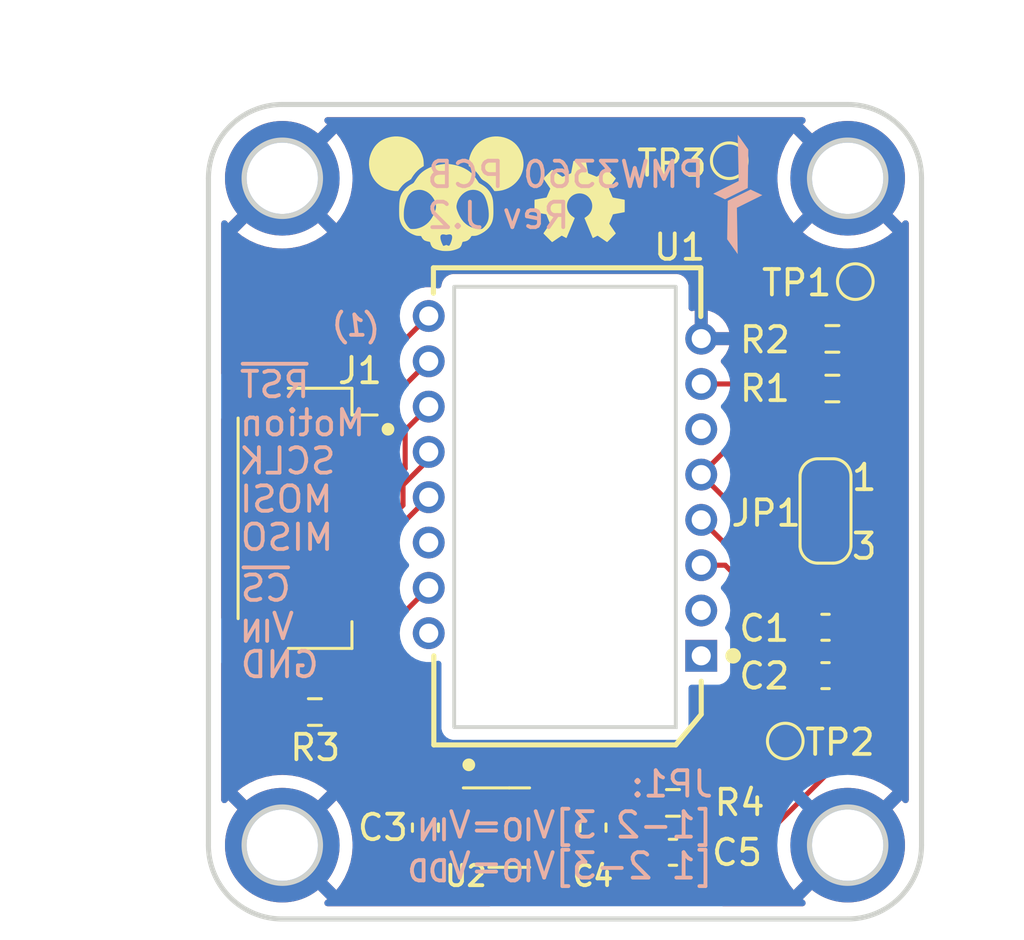
<source format=kicad_pcb>
(kicad_pcb (version 20240108) (generator "pcbnew") (generator_version "8.0")
  (title_block (title "PMW3360 PCB") (date "2024-07-07") (rev "J.2") (company "Original by SideraKB") (comment 1 "Open Source Hardware, CERN-OHL-P v2") (comment 2 "PMW3360DM-T2QU optical mouse sensor breakout board") (comment 3 "(*) Modified to fit custom needs"))
  (layers (0 "F.Cu" signal) (31 "B.Cu" signal) (34 "B.Paste" user) (35 "F.Paste" user) (36 "B.SilkS" user "B.Silkscreen") (37 "F.SilkS" user "F.Silkscreen") (38 "B.Mask" user) (39 "F.Mask" user) (44 "Edge.Cuts" user))
  (net 0 "")
  (net 1 "Net-(U1-VDDPIX)")
  (net 2 "GND")
  (net 3 "/MISO")
  (net 4 "/CS")
  (net 5 "/MOSI")
  (net 6 "/SCLK")
  (net 7 "/MOTION")
  (net 8 "/RESET")
  (net 9 "VDD")
  (net 10 "Net-(U1-LED_P)")
  (net 16 "V_{IO}")
  (net 17 "V_{IN}")
  (net 18 "Net-(U2-NC)")
  (footprint "TestPoint:TestPoint_Pad_D1.0mm" (layer "F.Cu") (at 228.439 114.0838)
    (property "Reference" "TP3" (at -2.25 0.1 180) (layer "F.SilkS"))
    (property "Value" "GND")
    (pad "1" smd circle (at 0 0) (size 1 1) (layers "F.Cu" "F.Mask") (net 2 "GND"))
  )
  (footprint "TestPoint:TestPoint_Pad_D1.0mm" (layer "F.Cu") (at 233.389 118.8338)
    (property "Reference" "TP1" (at -2.3 0.05 0) (layer "F.SilkS"))
    (property "Value" "V_{IO}")
    (pad "1" smd circle (at 0 0) (size 1 1) (layers "F.Cu" "F.Mask") (net 16 "V_{IO}"))
  )
  (footprint "Resistor_SMD:R_0603_1608Metric_Pad0.98x0.95mm_HandSolder" (layer "F.Cu") (at 226.229 139.3138)
    (property "Reference" "R4" (at 2.617 -0.011 0) (layer "F.SilkS"))
    (property "Value" "28k")
    (pad "1" smd roundrect (at -0.9125 0) (size 0.975 0.95) (layers "F.Cu" "F.Paste" "F.Mask") (net 9 "VDD"))
    (pad "2" smd roundrect (at 0.9125 0) (size 0.975 0.95) (layers "F.Cu" "F.Paste" "F.Mask") (net 18 "Net-(U2-NC)"))
  )
  (footprint "PMW3360_PCB:PMW3360DM-T2QU 16Pin" (layer "F.Cu") (at 221.989 127.3668 90)
    (property "Reference" "U1" (at 9.883 4.5 180) (layer "F.SilkS"))
    (property "Value" "PMW3360DM-T2QU")
    (fp_rect (start -8.968 4.35) (end 8.332 -4.35) (stroke (width 0.15)) (fill none) (layer "Edge.Cuts"))
    (pad "1" thru_hole rect (at -6.168 5.35 90) (size 1.25 1.25) (drill 0.75) (layers "*.Cu" "*.Mask"))
    (pad "2" thru_hole oval (at -4.388 5.35 90) (size 1.25 1.25) (drill 0.75) (layers "*.Cu" "*.Mask"))
    (pad "3" thru_hole oval (at -2.608 5.35 90) (size 1.25 1.25) (drill 0.75) (layers "*.Cu" "*.Mask") (net 1 "Net-(U1-VDDPIX)"))
    (pad "4" thru_hole oval (at -0.828 5.35 90) (size 1.25 1.25) (drill 0.75) (layers "*.Cu" "*.Mask") (net 9 "VDD"))
    (pad "5" thru_hole oval (at 0.952 5.35 90) (size 1.25 1.25) (drill 0.75) (layers "*.Cu" "*.Mask") (net 16 "V_{IO}"))
    (pad "6" thru_hole oval (at 2.732 5.35 90) (size 1.25 1.25) (drill 0.75) (layers "*.Cu" "*.Mask"))
    (pad "7" thru_hole oval (at 4.512 5.35 90) (size 1.25 1.25) (drill 0.75) (layers "*.Cu" "*.Mask") (net 8 "/RESET"))
    (pad "8" thru_hole oval (at 6.292 5.35 90) (size 1.25 1.25) (drill 0.75) (layers "*.Cu" "*.Mask") (net 2 "GND"))
    (pad "9" thru_hole oval (at 7.182 -5.35 90) (size 1.25 1.25) (drill 0.75) (layers "*.Cu" "*.Mask") (net 7 "/MOTION"))
    (pad "10" thru_hole oval (at 5.402 -5.35 90) (size 1.25 1.25) (drill 0.75) (layers "*.Cu" "*.Mask") (net 6 "/SCLK"))
    (pad "11" thru_hole oval (at 3.622 -5.35 90) (size 1.25 1.25) (drill 0.75) (layers "*.Cu" "*.Mask") (net 5 "/MOSI"))
    (pad "12" thru_hole oval (at 1.842 -5.35 90) (size 1.25 1.25) (drill 0.75) (layers "*.Cu" "*.Mask") (net 3 "/MISO"))
    (pad "13" thru_hole oval (at 0.062 -5.35 90) (size 1.25 1.25) (drill 0.75) (layers "*.Cu" "*.Mask") (net 4 "/CS"))
    (pad "14" thru_hole oval (at -1.718 -5.35 90) (size 1.25 1.25) (drill 0.75) (layers "*.Cu" "*.Mask"))
    (pad "15" thru_hole oval (at -3.498 -5.35 90) (size 1.25 1.25) (drill 0.75) (layers "*.Cu" "*.Mask") (net 10 "Net-(U1-LED_P)"))
    (pad "16" thru_hole oval (at -5.278 -5.35 90) (size 1.25 1.25) (drill 0.75) (layers "*.Cu" "*.Mask"))
    (zone (net 0) (net_name "") (layers "*.Cu" "F.CrtYd") (connect_pads (clearance 0)) (min_thickness 0.254)
      (keepout (tracks not_allowed) (vias not_allowed) (pads not_allowed) (copperpour not_allowed) (footprints not_allowed))
      (fill (thermal_gap 0.508) (thermal_bridge_width 0.508))
      (polygon (pts (xy 226.3578 119.0356) (xy 226.307 136.3584) (xy 217.6202 136.3584) (xy 217.6202 119.0356)))
    )
  )
  (footprint "TestPoint:TestPoint_Pad_D1.0mm" (layer "F.Cu") (at 230.639 136.8838 180)
    (property "Reference" "TP2" (at -2.15 -0.05 0) (layer "F.SilkS"))
    (property "Value" "V_{DD}")
    (pad "1" smd circle (at 0 0 180) (size 1 1) (layers "F.Cu" "F.Mask") (net 9 "VDD"))
  )
  (footprint "MountingHole:MountingHole_2.2mm_M2_ISO14580_Pad" (layer "F.Cu") (at 233.089 140.9738)
    (property "Reference" "H2" (hide yes))
    (property "Value" "MountingHole_Pad")
    (pad "1" thru_hole circle (at 0 0) (size 4.5 4.5) (drill 2.8) (layers "*.Cu" "*.Mask") (net 2 "GND"))
  )
  (footprint "Resistor_SMD:R_0603_1608Metric_Pad0.98x0.95mm_HandSolder" (layer "F.Cu") (at 212.169 135.7438 180)
    (property "Reference" "R3" (at -0.012 -1.4 0) (layer "F.SilkS"))
    (property "Value" "39R")
    (pad "1" smd roundrect (at -0.9125 0 180) (size 0.975 0.95) (layers "F.Cu" "F.Paste" "F.Mask") (net 9 "VDD"))
    (pad "2" smd roundrect (at 0.9125 0 180) (size 0.975 0.95) (layers "F.Cu" "F.Paste" "F.Mask") (net 10 "Net-(U1-LED_P)"))
  )
  (footprint "Capacitor_SMD:C_0603_1608Metric_Pad1.08x0.95mm_HandSolder" (layer "F.Cu") (at 223.089 140.2838 -90)
    (property "Reference" "C4" (at 1.9 0 180) (layer "F.SilkS") (effects (font (size 0.8 0.8))))
    (property "Value" "1uF")
    (pad "1" smd roundrect (at -0.8625 0 270) (size 1.075 0.95) (layers "F.Cu" "F.Paste" "F.Mask") (net 9 "VDD"))
    (pad "2" smd roundrect (at 0.8625 0 270) (size 1.075 0.95) (layers "F.Cu" "F.Paste" "F.Mask") (net 2 "GND"))
  )
  (footprint "Resistor_SMD:R_0603_1608Metric_Pad0.98x0.95mm_HandSolder" (layer "F.Cu") (at 232.489 121.0838 180)
    (property "Reference" "R2" (at 2.65 -0.04 0) (layer "F.SilkS"))
    (property "Value" "10k")
    (pad "1" smd roundrect (at -0.9125 0 180) (size 0.975 0.95) (layers "F.Cu" "F.Paste" "F.Mask") (net 16 "V_{IO}"))
    (pad "2" smd roundrect (at 0.9125 0 180) (size 0.975 0.95) (layers "F.Cu" "F.Paste" "F.Mask") (net 3 "/MISO"))
  )
  (footprint "MountingHole:MountingHole_2.2mm_M2_ISO14580_Pad" (layer "F.Cu") (at 210.889 114.7738)
    (property "Reference" "H4" (hide yes))
    (property "Value" "MountingHole_Pad" (hide yes))
    (pad "1" thru_hole circle (at 0 0) (size 4.5 4.5) (drill 2.8) (layers "*.Cu" "*.Mask") (net 2 "GND"))
  )
  (footprint "MountingHole:MountingHole_2.2mm_M2_ISO14580_Pad" (layer "F.Cu") (at 233.089 114.7738)
    (property "Reference" "H3" (hide yes))
    (property "Value" "MountingHole_Pad" (hide yes))
    (pad "1" thru_hole circle (at 0 0) (size 4.5 4.5) (drill 2.8) (layers "*.Cu" "*.Mask") (net 2 "GND"))
  )
  (footprint "Connector_JST:JST_SH_SM08B-SRSS-TB_1x08-1MP_P1.00mm_Horizontal" (layer "F.Cu") (at 211.839 128.1338 -90)
    (property "Reference" "J1" (at -5.8 -2.1 0) (layer "F.SilkS"))
    (property "Value" "Conn_01x08")
    (pad "1" smd roundrect (at -3.5 -2 270) (size 0.6 1.55) (layers "F.Cu" "F.Paste" "F.Mask") (net 8 "/RESET"))
    (pad "2" smd roundrect (at -2.5 -2 270) (size 0.6 1.55) (layers "F.Cu" "F.Paste" "F.Mask") (net 7 "/MOTION"))
    (pad "3" smd roundrect (at -1.5 -2 270) (size 0.6 1.55) (layers "F.Cu" "F.Paste" "F.Mask") (net 6 "/SCLK"))
    (pad "4" smd roundrect (at -0.5 -2 270) (size 0.6 1.55) (layers "F.Cu" "F.Paste" "F.Mask") (net 5 "/MOSI"))
    (pad "5" smd roundrect (at 0.5 -2 270) (size 0.6 1.55) (layers "F.Cu" "F.Paste" "F.Mask") (net 3 "/MISO"))
    (pad "6" smd roundrect (at 1.5 -2 270) (size 0.6 1.55) (layers "F.Cu" "F.Paste" "F.Mask") (net 4 "/CS"))
    (pad "7" smd roundrect (at 2.5 -2 270) (size 0.6 1.55) (layers "F.Cu" "F.Paste" "F.Mask") (net 17 "V_{IN}"))
    (pad "8" smd roundrect (at 3.5 -2 270) (size 0.6 1.55) (layers "F.Cu" "F.Paste" "F.Mask") (net 2 "GND"))
    (pad "MP" smd roundrect (at -4.8 1.875 270) (size 1.2 1.8) (layers "F.Cu" "F.Paste" "F.Mask") (roundrect_rratio 0.208333) (net 2 "GND"))
    (pad "MP" smd roundrect (at 4.8 1.875 270) (size 1.2 1.8) (layers "F.Cu" "F.Paste" "F.Mask") (roundrect_rratio 0.208333) (net 2 "GND"))
  )
  (footprint "Jumper:SolderJumper-3_P1.3mm_Open_RoundedPad1.0x1.5mm_NumberLabels" (layer "F.Cu") (at 232.219 127.8438 -90)
    (property "Reference" "JP1" (at 0.09 2.33 0) (layer "F.SilkS"))
    (property "Value" "SolderJumper_3_Open")
    (fp_text user "3" (at 1.39 -1.52 180) (layer "F.SilkS"))
    (fp_text user "1" (at -1.31 -1.52 180) (layer "F.SilkS"))
    (pad "1" smd custom (at -1.3 0 270) (size 1 0.5) (layers "F.Cu" "F.Mask") (net 17 "V_{IN}") (options (clearance outline) (anchor rect)) (primitives (gr_circle (center 0 0.25) (end 0.5 0.25) (width 0) (fill yes)) (gr_circle (center 0 -0.25) (end 0.5 -0.25) (width 0) (fill yes)) (gr_poly (pts (xy 0.55 0.75) (xy 0 0.75) (xy 0 -0.75) (xy 0.55 -0.75)) (width 0) (fill yes))))
    (pad "2" smd rect (at 0 0 270) (size 1 1.5) (layers "F.Cu" "F.Mask") (net 16 "V_{IO}"))
    (pad "3" smd custom (at 1.3 0 270) (size 1 0.5) (layers "F.Cu" "F.Mask") (net 9 "VDD") (options (clearance outline) (anchor rect)) (primitives (gr_circle (center 0 0.25) (end 0.5 0.25) (width 0) (fill yes)) (gr_circle (center 0 -0.25) (end 0.5 -0.25) (width 0) (fill yes)) (gr_poly (pts (xy 0 0.75) (xy -0.55 0.75) (xy -0.55 -0.75) (xy 0 -0.75)) (width 0) (fill yes))))
  )
  (footprint "MountingHole:MountingHole_2.2mm_M2_ISO14580_Pad" (layer "F.Cu") (at 210.889001 140.9738)
    (property "Reference" "H1" (hide yes))
    (property "Value" "MountingHole_Pad")
    (pad "1" thru_hole circle (at 0 0) (size 4.5 4.5) (drill 2.8) (layers "*.Cu" "*.Mask") (net 2 "GND"))
  )
  (footprint "Capacitor_SMD:C_0603_1608Metric_Pad1.08x0.95mm_HandSolder" (layer "F.Cu") (at 216.509 140.2838 -90)
    (property "Reference" "C3" (at 0 1.67 180) (layer "F.SilkS"))
    (property "Value" "1uF")
    (pad "1" smd roundrect (at -0.8625 0 270) (size 1.075 0.95) (layers "F.Cu" "F.Paste" "F.Mask") (net 17 "V_{IN}") (clearance 0.135))
    (pad "2" smd roundrect (at 0.8625 0 270) (size 1.075 0.95) (layers "F.Cu" "F.Paste" "F.Mask") (net 2 "GND") (clearance 0.135))
  )
  (footprint "Resistor_SMD:R_0603_1608Metric_Pad0.98x0.95mm_HandSolder" (layer "F.Cu") (at 232.489 123.0338 180)
    (property "Reference" "R1" (at 2.65 0 0) (layer "F.SilkS"))
    (property "Value" "10k")
    (pad "1" smd roundrect (at -0.9125 0 180) (size 0.975 0.95) (layers "F.Cu" "F.Paste" "F.Mask") (net 16 "V_{IO}"))
    (pad "2" smd roundrect (at 0.9125 0 180) (size 0.975 0.95) (layers "F.Cu" "F.Paste" "F.Mask") (net 8 "/RESET"))
  )
  (footprint "Capacitor_SMD:C_0603_1608Metric_Pad1.08x0.95mm_HandSolder" (layer "F.Cu") (at 226.229 141.2538 180)
    (property "Reference" "C5" (at -2.517 -0.011 0) (layer "F.SilkS"))
    (property "Value" "22nF")
    (pad "1" smd roundrect (at -0.8625 0 180) (size 1.075 0.95) (layers "F.Cu" "F.Paste" "F.Mask") (net 18 "Net-(U2-NC)"))
    (pad "2" smd roundrect (at 0.8625 0 180) (size 1.075 0.95) (layers "F.Cu" "F.Paste" "F.Mask") (net 2 "GND"))
  )
  (footprint "Calaveras:CalaveraRaton_8x8" (layer "F.Cu") (at 217.289 115.2838)
    (property "Reference" "G***" (hide yes))
    (property "Value" "LOGO" (hide yes))
  )
  (footprint "Capacitor_SMD:C_0603_1608Metric_Pad1.08x0.95mm_HandSolder" (layer "F.Cu") (at 232.219 134.3138)
    (property "Reference" "C2" (at -2.4045 0.016 0) (layer "F.SilkS"))
    (property "Value" "100nF")
    (pad "1" smd roundrect (at -0.8625 0) (size 1.075 0.95) (layers "F.Cu" "F.Paste" "F.Mask") (net 1 "Net-(U1-VDDPIX)"))
    (pad "2" smd roundrect (at 0.8625 0) (size 1.075 0.95) (layers "F.Cu" "F.Paste" "F.Mask") (net 2 "GND"))
  )
  (footprint "Package_TO_SOT_SMD:SOT-23-5" (layer "F.Cu") (at 219.799 140.2838)
    (property "Reference" "U2" (at -1.7005 1.9 180) (layer "F.SilkS") (effects (font (size 0.8 0.8))))
    (property "Value" "TLV74318PDBVR")
    (pad "1" smd roundrect (at -1.1375 -0.95) (size 1.325 0.6) (layers "F.Cu" "F.Paste" "F.Mask") (roundrect_rratio 0) (chamfer_ratio 0.3) (chamfer top_left) (net 17 "V_{IN}"))
    (pad "2" smd roundrect (at -1.1375 0) (size 1.325 0.6) (layers "F.Cu" "F.Paste" "F.Mask") (net 2 "GND"))
    (pad "3" smd roundrect (at -1.1375 0.95) (size 1.325 0.6) (layers "F.Cu" "F.Paste" "F.Mask") (net 17 "V_{IN}"))
    (pad "4" smd roundrect (at 1.1375 0.95) (size 1.325 0.6) (layers "F.Cu" "F.Paste" "F.Mask") (net 18 "Net-(U2-NC)"))
    (pad "5" smd roundrect (at 1.1375 -0.95) (size 1.325 0.6) (layers "F.Cu" "F.Paste" "F.Mask") (net 9 "VDD"))
  )
  (footprint "Capacitor_SMD:C_0603_1608Metric_Pad1.08x0.95mm_HandSolder" (layer "F.Cu") (at 232.219 132.4138)
    (property "Reference" "C1" (at -2.4045 0.0432 0) (layer "F.SilkS"))
    (property "Value" "4.7uF/10V")
    (pad "1" smd roundrect (at -0.8625 0) (size 1.075 0.95) (layers "F.Cu" "F.Paste" "F.Mask") (net 1 "Net-(U1-VDDPIX)"))
    (pad "2" smd roundrect (at 0.8625 0) (size 1.075 0.95) (layers "F.Cu" "F.Paste" "F.Mask") (net 2 "GND"))
  )
  (gr_poly (pts (xy 228.380151 115.657534) (xy 228.357456 117.170678) (xy 228.771406 117.756223) (xy 228.739 115.9338) (xy 229.738763 115.437179) (xy 229.274965 115.216096)) (fill solid) (layer "B.SilkS"))
  (gr_poly (pts (xy 228.808543 114.881152) (xy 227.809909 115.380039) (xy 228.274207 115.600071) (xy 229.168018 115.156604) (xy 229.18728 113.643412) (xy 228.772004 113.058807)) (fill solid) (layer "B.SilkS"))
  (gr_circle (center 218.212741 137.817677) (end 218.387751 137.818352) (stroke (width 0.15)) (fill solid) (layer "F.SilkS"))
  (gr_circle (center 215.039 124.6338) (end 215.21401 124.634475) (stroke (width 0.15)) (fill solid) (layer "F.SilkS"))
  (gr_poly (pts (xy 222.338737 114.089561) (xy 222.33773 114.089636) (xy 222.336728 114.089759) (xy 222.335732 114.08993) (xy 222.334744 114.090146) (xy 222.333766 114.090407) (xy 222.332798 114.090711) (xy 222.331844 114.091058) (xy 222.330903 114.091445) (xy 222.329977 114.091873) (xy 222.329069 114.092338) (xy 222.328178 114.092841) (xy 222.327308 114.09338) (xy 222.326459 114.093954) (xy 222.325634 114.094562) (xy 222.324832 114.095201) (xy 222.324056 114.095872) (xy 222.323308 114.096573) (xy 222.322589 114.097302) (xy 222.3219 114.098059) (xy 222.321243 114.098842) (xy 222.320619 114.099649) (xy 222.32003 114.100481) (xy 222.319478 114.101334) (xy 222.318963 114.102209) (xy 222.318487 114.103104) (xy 222.318053 114.104018) (xy 222.31766 114.104949) (xy 222.317312 114.105897) (xy 222.317009 114.106859) (xy 222.316752 114.107835) (xy 222.316544 114.108824) (xy 222.232803 114.558695) (xy 222.232592 114.559692) (xy 222.232335 114.560692) (xy 222.231691 114.562696) (xy 222.230883 114.564694) (xy 222.229922 114.566672) (xy 222.22882 114.568618) (xy 222.227587 114.570518) (xy 222.226236 114.57236) (xy 222.224776 114.57413) (xy 222.223221 114.575816) (xy 222.22158 114.577404) (xy 222.219865 114.578881) (xy 222.218088 114.580234) (xy 222.216259 114.581451) (xy 222.21439 114.582517) (xy 222.213445 114.58299) (xy 222.212493 114.583421) (xy 222.211537 114.583807) (xy 222.210578 114.584148) (xy 221.909059 114.707576) (xy 221.907186 114.708401) (xy 221.905199 114.70909) (xy 221.903117 114.709644) (xy 221.900956 114.710064) (xy 221.898734 114.710353) (xy 221.896469 114.71051) (xy 221.894178 114.710538) (xy 221.891878 114.710437) (xy 221.889587 114.710209) (xy 221.887323 114.709854) (xy 221.885103 114.709374) (xy 221.882944 114.708771) (xy 221.880864 114.708044) (xy 221.87888 114.707197) (xy 221.87701 114.706229) (xy 221.875272 114.705142) (xy 221.499431 114.447226) (xy 221.498585 114.446675) (xy 221.497713 114.446166) (xy 221.496818 114.4457) (xy 221.495902 114.445277) (xy 221.494967 114.444896) (xy 221.494014 114.444558) (xy 221.493046 114.444261) (xy 221.492064 114.444007) (xy 221.49107 114.443794) (xy 221.490067 114.443622) (xy 221.488039 114.443403) (xy 221.485995 114.443348) (xy 221.48395 114.443456) (xy 221.481919 114.443725) (xy 221.479919 114.444153) (xy 221.477964 114.444741) (xy 221.477008 114.445093) (xy 221.476069 114.445485) (xy 221.475149 114.445915) (xy 221.47425 114.446385) (xy 221.473374 114.446893) (xy 221.472522 114.447439) (xy 221.471697 114.448023) (xy 221.470901 114.448646) (xy 221.470135 114.449306) (xy 221.469401 114.450004) (xy 221.15288 114.766525) (xy 221.152182 114.767259) (xy 221.151522 114.768025) (xy 221.1509 114.768822) (xy 221.150317 114.769648) (xy 221.149771 114.7705) (xy 221.149265 114.771377) (xy 221.148368 114.773197) (xy 221.147627 114.775094) (xy 221.147043 114.777052) (xy 221.146617 114.779055) (xy 221.146351 114.781087) (xy 221.146246 114.783135) (xy 221.146302 114.785181) (xy 221.146521 114.787212) (xy 221.146905 114.78921) (xy 221.147453 114.791162) (xy 221.14779 114.792116) (xy 221.148168 114.793052) (xy 221.148588 114.793968) (xy 221.149051 114.794863) (xy 221.149555 114.795735) (xy 221.150102 114.796582) (xy 221.40352 115.16594) (xy 221.40461 115.167686) (xy 221.405577 115.169559) (xy 221.406421 115.171542) (xy 221.40714 115.173617) (xy 221.407733 115.175768) (xy 221.408199 115.177978) (xy 221.408537 115.18023) (xy 221.408746 115.182507) (xy 221.408824 115.184791) (xy 221.408771 115.187066) (xy 221.408586 115.189315) (xy 221.408268 115.19152) (xy 221.407815 115.193665) (xy 221.407226 115.195733) (xy 221.4065 115.197707) (xy 221.405637 115.199569) (xy 221.272313 115.510613) (xy 221.271552 115.512523) (xy 221.270615 115.514415) (xy 221.269518 115.516279) (xy 221.268272 115.518103) (xy 221.266891 115.519875) (xy 221.265388 115.521585) (xy 221.263777 115.523221) (xy 221.26207 115.524772) (xy 221.260281 115.526226) (xy 221.258423 115.527572) (xy 221.25651 115.5288) (xy 221.254554 115.529897) (xy 221.252568 115.530853) (xy 221.250567 115.531656) (xy 221.248563 115.532295) (xy 221.246569 115.532759) (xy 220.811621 115.613642) (xy 220.810634 115.613855) (xy 220.80966 115.614115) (xy 220.8087 115.614423) (xy 220.807754 115.614775) (xy 220.806825 115.61517) (xy 220.805913 115.615607) (xy 220.80502 115.616085) (xy 220.804147 115.616602) (xy 220.802464 115.617747) (xy 220.800877 115.619031) (xy 220.799393 115.620441) (xy 220.798024 115.621966) (xy 220.79678 115.623595) (xy 220.795669 115.625315) (xy 220.794703 115.627114) (xy 220.794277 115.62804) (xy 220.793891 115.628982) (xy 220.793546 115.629938) (xy 220.793244 115.630906) (xy 220.792985 115.631886) (xy 220.79277 115.632875) (xy 220.792602 115.633872) (xy 220.792481 115.634876) (xy 220.792408 115.635885) (xy 220.792385 115.636898) (xy 220.792438 116.084547) (xy 220.792464 116.085558) (xy 220.792539 116.086566) (xy 220.792662 116.087569) (xy 220.792833 116.088565) (xy 220.79305 116.089554) (xy 220.793311 116.090534) (xy 220.793616 116.091503) (xy 220.793964 116.092459) (xy 220.794352 116.093402) (xy 220.79478 116.094329) (xy 220.795247 116.09524) (xy 220.795751 116.096132) (xy 220.79629 116.097004) (xy 220.796865 116.097855) (xy 220.797473 116.098683) (xy 220.798114 116.099486) (xy 220.798785 116.100263) (xy 220.799486 116.101013) (xy 220.800216 116.101734) (xy 220.800973 116.102425) (xy 220.801755 116.103083) (xy 220.802563 116.103708) (xy 220.803394 116.104298) (xy 220.804248 116.104851) (xy 220.805122 116.105366) (xy 220.806016 116.105841) (xy 220.806929 116.106276) (xy 220.807859 116.106667) (xy 220.808805 116.107015) (xy 220.809766 116.107317) (xy 220.81074 116.107571) (xy 220.811726 116.107777) (xy 221.235986 116.186729) (xy 221.236985 116.186934) (xy 221.237985 116.187185) (xy 221.238987 116.187481) (xy 221.239987 116.18782) (xy 221.241979 116.188623) (xy 221.243947 116.189582) (xy 221.245879 116.190685) (xy 221.247763 116.191921) (xy 221.249586 116.193279) (xy 221.251335 116.194746) (xy 221.252998 116.196311) (xy 221.254561 116.197963) (xy 221.256012 116.199689) (xy 221.257339 116.201478) (xy 221.258529 116.203319) (xy 221.259569 116.205199) (xy 221.260446 116.207108) (xy 221.26082 116.208069) (xy 221.261148 116.209033) (xy 221.393598 116.539895) (xy 221.394417 116.541777) (xy 221.395101 116.54377) (xy 221.395649 116.545857) (xy 221.396063 116.54802) (xy 221.396346 116.550243) (xy 221.396497 116.552508) (xy 221.396519 116.554798) (xy 221.396413 116.557096) (xy 221.39618 116.559384) (xy 221.395821 116.561645) (xy 221.395338 116.563862) (xy 221.394733 116.566018) (xy 221.394006 116.568095) (xy 221.393159 116.570076) (xy 221.392194 116.571944) (xy 221.391111 116.573682) (xy 221.150102 116.924864) (xy 221.149551 116.92571) (xy 221.149042 116.926583) (xy 221.148577 116.927478) (xy 221.148153 116.928395) (xy 221.147773 116.929332) (xy 221.147434 116.930286) (xy 221.147137 116.931256) (xy 221.146883 116.932239) (xy 221.14667 116.933235) (xy 221.146498 116.93424) (xy 221.146279 116.936273) (xy 221.146224 116.938322) (xy 221.146332 116.940372) (xy 221.146601 116.942407) (xy 221.14703 116.944412) (xy 221.147617 116.946372) (xy 221.147969 116.94733) (xy 221.148361 116.948271) (xy 221.148792 116.949192) (xy 221.149261 116.950093) (xy 221.149769 116.950971) (xy 221.150315 116.951823) (xy 221.150899 116.952649) (xy 221.151522 116.953447) (xy 221.152182 116.954213) (xy 221.15288 116.954947) (xy 221.469454 117.271468) (xy 221.470183 117.272161) (xy 221.470945 117.272817) (xy 221.471738 117.273435) (xy 221.47256 117.274016) (xy 221.473409 117.274559) (xy 221.474284 117.275063) (xy 221.4761 117.275957) (xy 221.477994 117.276697) (xy 221.479949 117.277281) (xy 221.481951 117.277708) (xy 221.483983 117.277977) (xy 221.486031 117.278085) (xy 221.488078 117.278032) (xy 221.49011 117.277816) (xy 221.49211 117.277436) (xy 221.494063 117.27689) (xy 221.495017 117.276555) (xy 221.495953 117.276178) (xy 221.49687 117.275758) (xy 221.497766 117.275297) (xy 221.498638 117.274793) (xy 221.499484 117.274246) (xy 221.844475 117.03747) (xy 221.846209 117.036391) (xy 221.848066 117.035444) (xy 221.85003 117.034631) (xy 221.852083 117.033951) (xy 221.854209 117.033406) (xy 221.85639 117.032994) (xy 221.85861 117.032718) (xy 221.860852 117.032576) (xy 221.863099 117.032569) (xy 221.865334 117.032698) (xy 221.867541 117.032962) (xy 221.869701 117.033363) (xy 221.871799 117.0339) (xy 221.873817 117.034574) (xy 221.875739 117.035385) (xy 221.877548 117.036333) (xy 222.029683 117.11756) (xy 222.030593 117.117992) (xy 222.03151 117.118373) (xy 222.032433 117.118701) (xy 222.033361 117.118979) (xy 222.034291 117.119205) (xy 222.035223 117.119382) (xy 222.036154 117.11951) (xy 222.037084 117.119589) (xy 222.038009 117.119619) (xy 222.03893 117.119602) (xy 222.039844 117.119538) (xy 222.04075 117.119428) (xy 222.041646 117.119271) (xy 222.04253 117.119069) (xy 222.043402 117.118823) (xy 222.044258 117.118532) (xy 222.045099 117.118198) (xy 222.045922 117.117821) (xy 222.046725 117.117401) (xy 222.047508 117.11694) (xy 222.048267 117.116437) (xy 222.049003 117.115894) (xy 222.049713 117.11531) (xy 222.050396 117.114687) (xy 222.05105 117.114026) (xy 222.051674 117.113326) (xy 222.052265 117.112588) (xy 222.052823 117.111813) (xy 222.053345 117.111001) (xy 222.053831 117.110153) (xy 222.054279 117.10927) (xy 222.054686 117.108352) (xy 222.36835 116.350374) (xy 222.368713 116.349431) (xy 222.369027 116.348474) (xy 222.369294 116.347504) (xy 222.369515 116.346524) (xy 222.369689 116.345534) (xy 222.369817 116.344538) (xy 222.369901 116.343536) (xy 222.36994 116.342531) (xy 222.369935 116.341524) (xy 222.369887 116.340517) (xy 222.369797 116.339512) (xy 222.369664 116.338511) (xy 222.36949 116.337515) (xy 222.369276 116.336526) (xy 222.369021 116.335547) (xy 222.368727 116.334578) (xy 222.368394 116.333623) (xy 222.368022 116.332681) (xy 222.367613 116.331756) (xy 222.367167 116.33085) (xy 222.366684 116.329963) (xy 222.366166 116.329097) (xy 222.365612 116.328256) (xy 222.365024 116.32744) (xy 222.364401 116.32665) (xy 222.363745 116.32589) (xy 222.363057 116.325161) (xy 222.362336 116.324464) (xy 222.361583 116.323801) (xy 222.3608 116.323174) (xy 222.359986 116.322586) (xy 222.359142 116.322037) (xy 222.321069 116.298727) (xy 222.318328 116.296982) (xy 222.315403 116.29499) (xy 222.312347 116.292795) (xy 222.309215 116.290439) (xy 222.306065 116.287967) (xy 222.302949 116.285422) (xy 222.299924 116.282847) (xy 222.297045 116.280286) (xy 222.271841 116.263034) (xy 222.247787 116.244303) (xy 222.224949 116.224158) (xy 222.203393 116.202664) (xy 222.183184 116.179886) (xy 222.164388 116.15589) (xy 222.14707 116.13074) (xy 222.131296 116.104503) (xy 222.117133 116.077244) (xy 222.104644 116.049027) (xy 222.093897 116.019918) (xy 222.084957 115.989982) (xy 222.077889 115.959285) (xy 222.072759 115.927891) (xy 222.069633 115.895866) (xy 222.068577 115.863276) (xy 222.069221 115.8378) (xy 222.071133 115.812658) (xy 222.074281 115.787882) (xy 222.078634 115.763502) (xy 222.084162 115.739551) (xy 222.090833 115.716058) (xy 222.098616 115.693055) (xy 222.10748 115.670574) (xy 222.117394 115.648644) (xy 222.128326 115.627298) (xy 222.140246 115.606566) (xy 222.153123 115.58648) (xy 222.166925 115.567071) (xy 222.181621 115.548369) (xy 222.19718 115.530406) (xy 222.213572 115.513213) (xy 222.230764 115.496821) (xy 222.248726 115.481261) (xy 222.267427 115.466564) (xy 222.286836 115.452762) (xy 222.306921 115.439885) (xy 222.327652 115.427965) (xy 222.348997 115.417032) (xy 222.370925 115.407118) (xy 222.393405 115.398254) (xy 222.416406 115.390471) (xy 222.439897 115.3838) (xy 222.463847 115.378272) (xy 222.488225 115.373918) (xy 222.512999 115.37077) (xy 222.538138 115.368858) (xy 222.563612 115.368214) (xy 222.589086 115.368858) (xy 222.614226 115.37077) (xy 222.639 115.373918) (xy 222.663378 115.378272) (xy 222.687329 115.3838) (xy 222.710821 115.390471) (xy 222.733823 115.398254) (xy 222.756304 115.407118) (xy 222.778233 115.417032) (xy 222.799579 115.427965) (xy 222.82031 115.439885) (xy 222.840397 115.452762) (xy 222.859807 115.466564) (xy 222.878509 115.481261) (xy 222.896472 115.496821) (xy 222.913666 115.513213) (xy 222.930059 115.530406) (xy 222.945619 115.548369) (xy 222.960317 115.567071) (xy 222.97412 115.58648) (xy 222.986997 115.606566) (xy 222.998918 115.627298) (xy 223.009852 115.648644) (xy 223.019767 115.670574) (xy 223.028631 115.693055) (xy 223.036415 115.716058) (xy 223.043087 115.739551) (xy 223.048615 115.763502) (xy 223.052969 115.787882) (xy 223.056118 115.812658) (xy 223.05803 115.8378) (xy 223.058674 115.863276) (xy 223.058408 115.879638) (xy 223.057617 115.895866) (xy 223.056308 115.911953) (xy 223.05449 115.927891) (xy 223.052171 115.943671) (xy 223.049359 115.959285) (xy 223.046063 115.974724) (xy 223.04229 115.989982) (xy 223.038049 116.005049) (xy 223.033348 116.019918) (xy 223.028196 116.03458) (xy 223.0226 116.049027) (xy 223.016568 116.063251) (xy 223.01011 116.077244) (xy 222.995945 116.104503) (xy 222.98017 116.130741) (xy 222.962852 116.15589) (xy 222.944055 116.179886) (xy 222.923847 116.202664) (xy 222.902292 116.224158) (xy 222.879456 116.244303) (xy 222.855406 116.263034) (xy 222.830206 116.280286) (xy 222.827311 116.282847) (xy 222.824275 116.285422) (xy 222.821153 116.287967) (xy 222.817999 116.290439) (xy 222.814866 116.292795) (xy 222.811807 116.29499) (xy 222.808877 116.296982) (xy 222.806129 116.298727) (xy 222.768056 116.322037) (xy 222.767207 116.322586) (xy 222.766389 116.323174) (xy 222.765602 116.323801) (xy 222.764846 116.324464) (xy 222.764122 116.325161) (xy 222.763431 116.32589) (xy 222.762148 116.32744) (xy 222.761003 116.329097) (xy 222.760001 116.33085) (xy 222.759145 116.332681) (xy 222.758441 116.334578) (xy 222.757894 116.336526) (xy 222.757508 116.338511) (xy 222.757288 116.340517) (xy 222.757239 116.342531) (xy 222.757366 116.344538) (xy 222.757497 116.345534) (xy 222.757673 116.346524) (xy 222.757896 116.347504) (xy 222.758166 116.348474) (xy 222.758483 116.349431) (xy 222.758848 116.350374) (xy 223.072538 117.108326) (xy 223.072945 117.109244) (xy 223.073393 117.110127) (xy 223.073879 117.110975) (xy 223.074402 117.111787) (xy 223.074961 117.112563) (xy 223.075553 117.113302) (xy 223.076177 117.114002) (xy 223.076832 117.114665) (xy 223.077515 117.115289) (xy 223.078226 117.115873) (xy 223.078963 117.116417) (xy 223.079723 117.11692) (xy 223.080507 117.117383) (xy 223.081311 117.117803) (xy 223.082134 117.118181) (xy 223.082976 117.118516) (xy 223.083833 117.118807) (xy 223.084705 117.119054) (xy 223.08559 117.119256) (xy 223.086486 117.119413) (xy 223.087392 117.119524) (xy 223.088306 117.119588) (xy 223.089226 117.119605) (xy 223.090152 117.119574) (xy 223.091081 117.119494) (xy 223.092011 117.119366) (xy 223.092942 117.119188) (xy 223.093871 117.11896) (xy 223.094797 117.118681) (xy 223.095718 117.118351) (xy 223.096634 117.117968) (xy 223.097541 117.117534) (xy 223.249676 117.036306) (xy 223.251481 117.035359) (xy 223.253399 117.034548) (xy 223.255415 117.033876) (xy 223.257512 117.03334) (xy 223.259672 117.032941) (xy 223.261878 117.032678) (xy 223.264114 117.032551) (xy 223.266362 117.032559) (xy 223.268605 117.032702) (xy 223.270827 117.03298) (xy 223.27301 117.033391) (xy 223.275137 117.033936) (xy 223.277192 117.034615) (xy 223.279157 117.035426) (xy 223.281015 117.036369) (xy 223.282749 117.037444) (xy 223.627713 117.27422) (xy 223.628562 117.274766) (xy 223.629436 117.27527) (xy 223.630334 117.275732) (xy 223.631252 117.276151) (xy 223.63219 117.276529) (xy 223.633145 117.276864) (xy 223.634115 117.277158) (xy 223.6351 117.27741) (xy 223.636095 117.27762) (xy 223.6371 117.27779) (xy 223.639132 117.278005) (xy 223.64118 117.278059) (xy 223.643228 117.27795) (xy 223.64526 117.277682) (xy 223.647262 117.277255) (xy 223.649218 117.276671) (xy 223.650174 117.276321) (xy 223.651113 117.275931) (xy 223.652032 117.275503) (xy 223.65293 117.275037) (xy 223.653806 117.274532) (xy 223.654656 117.27399) (xy 223.65548 117.273409) (xy 223.656274 117.272791) (xy 223.657038 117.272135) (xy 223.65777 117.271442) (xy 223.974344 116.95492) (xy 223.975039 116.954187) (xy 223.975698 116.95342) (xy 223.976318 116.952623) (xy 223.9769 116.951797) (xy 223.977445 116.950944) (xy 223.977951 116.950067) (xy 223.978848 116.948244) (xy 223.97959 116.946346) (xy 223.980176 116.944386) (xy 223.980604 116.942381) (xy 223.980872 116.940345) (xy 223.98098 116.938295) (xy 223.980926 116.936246) (xy 223.980709 116.934214) (xy 223.980327 116.932213) (xy 223.979778 116.93026) (xy 223.979441 116.929305) (xy 223.979062 116.928369) (xy 223.978641 116.927452) (xy 223.978177 116.926556) (xy 223.977671 116.925684) (xy 223.977122 116.924837) (xy 223.736139 116.573656) (xy 223.735048 116.571918) (xy 223.734075 116.57005) (xy 223.733222 116.568069) (xy 223.732491 116.565992) (xy 223.731883 116.563836) (xy 223.731398 116.561619) (xy 223.731038 116.559358) (xy 223.730805 116.55707) (xy 223.730699 116.554772) (xy 223.730721 116.552482) (xy 223.730874 116.550217) (xy 223.731157 116.547994) (xy 223.731573 116.545831) (xy 223.732122 116.543744) (xy 223.732806 116.541751) (xy 223.733626 116.539869) (xy 223.866076 116.209007) (xy 223.866402 116.208043) (xy 223.866775 116.207082) (xy 223.86765 116.205173) (xy 223.86869 116.203292) (xy 223.869882 116.201452) (xy 223.871212 116.199662) (xy 223.872667 116.197936) (xy 223.874235 116.196285) (xy 223.875902 116.19472) (xy 223.877656 116.193253) (xy 223.879483 116.191895) (xy 223.881371 116.190659) (xy 223.883307 116.189555) (xy 223.885277 116.188596) (xy 223.887269 116.187794) (xy 223.889269 116.187159) (xy 223.890268 116.186908) (xy 223.891265 116.186703) (xy 224.315524 116.107751) (xy 224.316513 116.107545) (xy 224.317489 116.107291) (xy 224.318451 116.106989) (xy 224.319399 116.106641) (xy 224.32033 116.106249) (xy 224.321244 116.105815) (xy 224.322139 116.10534) (xy 224.323014 116.104825) (xy 224.323868 116.104271) (xy 224.324699 116.103682) (xy 224.326289 116.102398) (xy 224.327775 116.100987) (xy 224.329147 116.09946) (xy 224.330394 116.097828) (xy 224.331507 116.096106) (xy 224.332475 116.094303) (xy 224.33329 116.092433) (xy 224.333637 116.091476) (xy 224.333941 116.090508) (xy 224.334202 116.089528) (xy 224.334418 116.088539) (xy 224.334589 116.087542) (xy 224.334712 116.086539) (xy 224.334787 116.085532) (xy 224.334812 116.084521) (xy 224.334839 115.636872) (xy 224.334813 115.635861) (xy 224.334739 115.634854) (xy 224.334616 115.633852) (xy 224.334446 115.632857) (xy 224.33423 115.63187) (xy 224.33397 115.630892) (xy 224.333666 115.629925) (xy 224.33332 115.628971) (xy 224.332934 115.628031) (xy 224.332507 115.627106) (xy 224.332042 115.626198) (xy 224.33154 115.625308) (xy 224.331002 115.624438) (xy 224.330429 115.62359) (xy 224.329822 115.622764) (xy 224.329183 115.621963) (xy 224.328513 115.621187) (xy 224.327813 115.620439) (xy 224.327084 115.619719) (xy 224.326327 115.619029) (xy 224.325545 115.618371) (xy 224.324737 115.617746) (xy 224.323905 115.617156) (xy 224.323051 115.616602) (xy 224.322176 115.616085) (xy 224.32128 115.615607) (xy 224.320365 115.61517) (xy 224.319433 115.614774) (xy 224.318484 115.614423) (xy 224.31752 115.614115) (xy 224.316542 115.613855) (xy 224.31555 115.613642) (xy 223.880628 115.532759) (xy 223.879629 115.532549) (xy 223.878625 115.532295) (xy 223.876614 115.531656) (xy 223.874607 115.530853) (xy 223.872617 115.529897) (xy 223.870658 115.5288) (xy 223.868743 115.527572) (xy 223.866885 115.526226) (xy 223.865097 115.524772) (xy 223.863392 115.523221) (xy 223.861783 115.521585) (xy 223.860284 115.519875) (xy 223.858907 115.518103) (xy 223.857665 115.516279) (xy 223.856572 115.514415) (xy 223.855641 115.512523) (xy 223.85524 115.511569) (xy 223.854884 115.510613) (xy 223.721534 115.199569) (xy 223.720676 115.197707) (xy 223.719954 115.195733) (xy 223.719368 115.193665) (xy 223.718918 115.19152) (xy 223.718601 115.189315) (xy 223.718417 115.187066) (xy 223.718364 115.184791) (xy 223.718442 115.182507) (xy 223.718649 115.18023) (xy 223.718984 115.177978) (xy 223.719447 115.175768) (xy 223.720035 115.173617) (xy 223.720748 115.171542) (xy 223.721585 115.169559) (xy 223.722544 115.167686) (xy 223.723625 115.16594) (xy 223.977069 114.796582) (xy 223.97762 114.795735) (xy 223.978129 114.794863) (xy 223.978594 114.793968) (xy 223.979017 114.793052) (xy 223.979397 114.792116) (xy 223.979735 114.791162) (xy 223.980031 114.790193) (xy 223.980285 114.78921) (xy 223.980497 114.788216) (xy 223.980668 114.787212) (xy 223.980885 114.785181) (xy 223.980938 114.783135) (xy 223.980829 114.781087) (xy 223.980559 114.779055) (xy 223.98013 114.777052) (xy 223.979543 114.775094) (xy 223.97919 114.774137) (xy 223.978799 114.773197) (xy 223.978369 114.772277) (xy 223.977901 114.771377) (xy 223.977394 114.7705) (xy 223.976849 114.769648) (xy 223.976266 114.768822) (xy 223.975645 114.768025) (xy 223.974987 114.767259) (xy 223.974291 114.766525) (xy 223.657743 114.450004) (xy 223.657012 114.449306) (xy 223.656248 114.448646) (xy 223.655453 114.448023) (xy 223.65463 114.447439) (xy 223.653779 114.446893) (xy 223.652904 114.446385) (xy 223.651086 114.445485) (xy 223.649191 114.444741) (xy 223.647235 114.444154) (xy 223.645233 114.443725) (xy 223.643201 114.443456) (xy 223.641153 114.443348) (xy 223.639106 114.443403) (xy 223.637074 114.443622) (xy 223.635073 114.444007) (xy 223.633118 114.444558) (xy 223.632163 114.444896) (xy 223.631225 114.445277) (xy 223.630307 114.4457) (xy 223.62941 114.446166) (xy 223.628535 114.446675) (xy 223.627686 114.447226) (xy 223.251872 114.705142) (xy 223.250139 114.706229) (xy 223.248273 114.707197) (xy 223.246293 114.708044) (xy 223.244216 114.708771) (xy 223.242059 114.709374) (xy 223.23984 114.709854) (xy 223.237577 114.710209) (xy 223.235286 114.710437) (xy 223.232986 114.710538) (xy 223.230694 114.71051) (xy 223.228427 114.710353) (xy 223.226203 114.710065) (xy 223.22404 114.709644) (xy 223.221954 114.70909) (xy 223.219963 114.708401) (xy 223.218085 114.707576) (xy 222.916539 114.584148) (xy 222.91462 114.583421) (xy 222.91272 114.582517) (xy 222.910849 114.581451) (xy 222.909019 114.580234) (xy 222.907241 114.578881) (xy 222.905526 114.577404) (xy 222.903886 114.575816) (xy 222.902331 114.57413) (xy 222.900874 114.57236) (xy 222.899524 114.570518) (xy 222.898293 114.568618) (xy 222.897192 114.566672) (xy 222.896233 114.564694) (xy 222.895426 114.562696) (xy 222.894783 114.560692) (xy 222.894315 114.558695) (xy 222.8106 114.108824) (xy 222.810392 114.107835) (xy 222.810136 114.106859) (xy 222.809832 114.105897) (xy 222.809484 114.104949) (xy 222.809092 114.104018) (xy 222.808657 114.103104) (xy 222.808182 114.102209) (xy 222.807667 114.101334) (xy 222.807115 114.100481) (xy 222.806526 114.099649) (xy 222.805246 114.098059) (xy 222.803838 114.096573) (xy 222.802316 114.095201) (xy 222.80069 114.093954) (xy 222.798972 114.092841) (xy 222.797176 114.091873) (xy 222.796252 114.091445) (xy 222.795312 114.091058) (xy 222.794359 114.090711) (xy 222.793393 114.090407) (xy 222.792416 114.090146) (xy 222.79143 114.08993) (xy 222.790436 114.089759) (xy 222.789436 114.089636) (xy 222.788431 114.089561) (xy 222.787423 114.089536) (xy 222.339748 114.089536)) (fill solid) (layer "F.SilkS"))
  (gr_circle (center 210.889001 140.9738) (end 212.389001 140.9738) (stroke (width 0.2)) (fill none) (layer "Edge.Cuts"))
  (gr_arc (start 210.889 143.8738) (mid 208.838391 143.02441) (end 207.989001 140.973801) (stroke (width 0.2)) (layer "Edge.Cuts"))
  (gr_circle (center 233.089001 140.9738) (end 234.589001 140.9738) (stroke (width 0.2)) (fill none) (layer "Edge.Cuts"))
  (gr_line (start 235.989001 140.9738) (end 235.989001 114.7738) (stroke (width 0.2)) (layer "Edge.Cuts"))
  (gr_arc (start 207.989001 114.773799) (mid 208.838391 112.72319) (end 210.889 111.8738) (stroke (width 0.2)) (layer "Edge.Cuts"))
  (gr_arc (start 233.089001 111.8738) (mid 235.139611 112.72319) (end 235.989001 114.7738) (stroke (width 0.2)) (layer "Edge.Cuts"))
  (gr_circle (center 210.889001 114.7738) (end 212.389001 114.7738) (stroke (width 0.2)) (fill none) (layer "Edge.Cuts"))
  (gr_line (start 210.889 143.8738) (end 233.089001 143.8738) (stroke (width 0.2)) (layer "Edge.Cuts"))
  (gr_line (start 233.089001 111.8738) (end 210.889 111.8738) (stroke (width 0.2)) (layer "Edge.Cuts"))
  (gr_line (start 207.989001 114.773799) (end 207.989001 140.973801) (stroke (width 0.2)) (layer "Edge.Cuts"))
  (gr_circle (center 233.089001 114.7738) (end 234.589001 114.7738) (stroke (width 0.2)) (fill none) (layer "Edge.Cuts"))
  (gr_arc (start 235.989001 140.9738) (mid 235.139611 143.02441) (end 233.089001 143.8738) (stroke (width 0.2)) (layer "Edge.Cuts"))
  (gr_text "SCLK" (at 211.089 125.8838 0) (layer "B.SilkS") (effects (font (size 1 1)) (justify mirror)))
  (gr_text "~{CS}" (at 210.241381 130.8838 0) (layer "B.SilkS") (effects (font (size 1 1)) (justify mirror)))
  (gr_text "(1)" (at 213.810948 120.561639 0) (layer "B.SilkS") (effects (font (size 0.8 0.8) (thickness 0.15) (italic yes)) (justify mirror)))
  (gr_text "Motion" (at 211.684238 124.3838 0) (layer "B.SilkS") (effects (font (size 1 1)) (justify mirror)))
  (gr_text "JP1:\n[1-2 3]V_{IO}=V_{IN}\n[1 2-3]V_{IO}=V_{DD}" (at 227.889 140.1838 0) (layer "B.SilkS") (effects (font (size 1 1)) (justify left mirror)))
  (gr_text "V_{IN}" (at 210.303286 132.3838 0) (layer "B.SilkS") (effects (font (size 1 1)) (justify mirror)))
  (gr_text "GND" (at 210.789 133.8838 0) (layer "B.SilkS") (effects (font (size 1 1)) (justify mirror)))
  (gr_text "~{RST}" (at 210.589 122.8838 0) (layer "B.SilkS") (effects (font (size 1 1)) (justify mirror)))
  (gr_text "MOSI" (at 211.041381 127.3838 0) (layer "B.SilkS") (effects (font (size 1 1)) (justify mirror)))
  (gr_text "${TITLE}\nRev ${REVISION}" (at 216.489 115.4338 0) (layer "B.SilkS") (effects (font (size 1 1)) (justify right mirror)))
  (gr_text "MISO" (at 211.074715 128.8838 0) (layer "B.SilkS") (effects (font (size 1 1)) (justify mirror)))
  (segment (start 231.3565 134.3138) (end 231.3565 132.4138) (width 0.2) (layer "F.Cu") (net 1))
  (segment (start 228.28 129.9748) (end 227.339 129.9748) (width 0.2) (layer "F.Cu") (net 1))
  (segment (start 230.719 132.4138) (end 228.28 129.9748) (width 0.2) (layer "F.Cu") (net 1))
  (segment (start 231.3565 132.4138) (end 230.719 132.4138) (width 0.2) (layer "F.Cu") (net 1))
  (segment (start 223.089 141.1463) (end 225.259 141.1463) (width 0.2) (layer "F.Cu") (net 2))
  (segment (start 217.3715 140.2838) (end 216.509 141.1463) (width 0.2) (layer "F.Cu") (net 2))
  (segment (start 225.259 141.1463) (end 225.3665 141.2538) (width 0.2) (layer "F.Cu") (net 2))
  (segment (start 218.6615 140.2838) (end 217.3715 140.2838) (width 0.2) (layer "F.Cu") (net 2))
  (segment (start 231.5765 119.8213) (end 231.5765 121.0838) (width 0.2) (layer "F.Cu") (net 3))
  (segment (start 213.839 128.6338) (end 214.613999 128.6338) (width 0.2) (layer "F.Cu") (net 3))
  (segment (start 211.889 127.458799) (end 211.889 120.7338) (width 0.2) (layer "F.Cu") (net 3))
  (segment (start 214.613999 128.6338) (end 215.629618 127.618181) (width 0.2) (layer "F.Cu") (net 3))
  (segment (start 216.789 115.8338) (end 227.589 115.8338) (width 0.2) (layer "F.Cu") (net 3))
  (segment (start 216.639 125.5248) (end 216.639 125.815037) (width 0.2) (layer "F.Cu") (net 3))
  (segment (start 216.639 125.815037) (end 215.629618 126.824418) (width 0.2) (layer "F.Cu") (net 3))
  (segment (start 213.064001 128.6338) (end 211.889 127.458799) (width 0.2) (layer "F.Cu") (net 3))
  (segment (start 213.839 128.6338) (end 213.064001 128.6338) (width 0.2) (layer "F.Cu") (net 3))
  (segment (start 215.629618 127.618181) (end 215.629618 126.824418) (width 0.2) (layer "F.Cu") (net 3))
  (segment (start 211.889 120.7338) (end 216.789 115.8338) (width 0.2) (layer "F.Cu") (net 3))
  (segment (start 227.589 115.8338) (end 231.5765 119.8213) (width 0.2) (layer "F.Cu") (net 3))
  (segment (start 216.639 127.3048) (end 214.31 129.6338) (width 0.2) (layer "F.Cu") (net 4))
  (segment (start 214.31 129.6338) (end 213.839 129.6338) (width 0.2) (layer "F.Cu") (net 4))
  (segment (start 215.089 127.2338) (end 215.089 126.799352) (width 0.2) (layer "F.Cu") (net 5))
  (segment (start 215.714 126.174352) (end 215.714 124.6698) (width 0.2) (layer "F.Cu") (net 5))
  (segment (start 215.089 126.799352) (end 215.714 126.174352) (width 0.2) (layer "F.Cu") (net 5))
  (segment (start 214.689 127.6338) (end 215.089 127.2338) (width 0.2) (layer "F.Cu") (net 5))
  (segment (start 216.639 123.7448) (end 215.714 124.6698) (width 0.2) (layer "F.Cu") (net 5))
  (segment (start 213.839 127.6338) (end 214.689 127.6338) (width 0.2) (layer "F.Cu") (net 5))
  (segment (start 216.639 121.9648) (end 215.314 123.2898) (width 0.2) (layer "F.Cu") (net 6))
  (segment (start 215.314 125.933799) (end 214.613999 126.6338) (width 0.2) (layer "F.Cu") (net 6))
  (segment (start 214.613999 126.6338) (end 213.839 126.6338) (width 0.2) (layer "F.Cu") (net 6))
  (segment (start 215.314 123.2898) (end 215.314 125.933799) (width 0.2) (layer "F.Cu") (net 6))
  (segment (start 214.914 125.333799) (end 214.914 121.9098) (width 0.2) (layer "F.Cu") (net 7))
  (segment (start 214.914 121.9098) (end 216.639 120.1848) (width 0.2) (layer "F.Cu") (net 7))
  (segment (start 214.613999 125.6338) (end 214.914 125.333799) (width 0.2) (layer "F.Cu") (net 7))
  (segment (start 213.839 125.6338) (end 214.613999 125.6338) (width 0.2) (layer "F.Cu") (net 7))
  (segment (start 227.039 116.8338) (end 217.439 116.8338) (width 0.2) (layer "F.Cu") (net 8))
  (segment (start 231.5765 123.0338) (end 230.6265 123.9838) (width 0.2) (layer "F.Cu") (net 8))
  (segment (start 230.389 121.8463) (end 230.389 120.1838) (width 0.2) (layer "F.Cu") (net 8))
  (segment (start 229.768 123.9838) (end 228.639 122.8548) (width 0.2) (layer "F.Cu") (net 8))
  (segment (start 230.389 120.1838) (end 227.039 116.8338) (width 0.2) (layer "F.Cu") (net 8))
  (segment (start 230.6265 123.9838) (end 229.768 123.9838) (width 0.2) (layer "F.Cu") (net 8))
  (segment (start 231.5765 123.0338) (end 230.389 121.8463) (width 0.2) (layer "F.Cu") (net 8))
  (segment (start 217.439 116.8338) (end 213.839 120.4338) (width 0.2) (layer "F.Cu") (net 8))
  (segment (start 228.639 122.8548) (end 227.339 122.8548) (width 0.2) (layer "F.Cu") (net 8))
  (segment (start 213.839 120.4338) (end 213.839 124.6338) (width 0.2) (layer "F.Cu") (net 8))
  (segment (start 220.9365 139.3338) (end 219.7115 138.1088) (width 0.2) (layer "F.Cu") (net 9))
  (segment (start 220.9365 139.3338) (end 223.0015 139.3338) (width 0.2) (layer "F.Cu") (net 9))
  (segment (start 225.887278 139.3138) (end 225.3165 139.3138) (width 0.2) (layer "F.Cu") (net 9))
  (segment (start 232.7515 136.3963) (end 232.214 136.9338) (width 0.2) (layer "F.Cu") (net 9))
  (segment (start 230.639 136.8838) (end 228.317278 136.8838) (width 0.2) (layer "F.Cu") (net 9))
  (segment (start 232.899 129.1438) (end 234.139 130.3838) (width 0.2) (layer "F.Cu") (net 9))
  (segment (start 232.264 136.8838) (end 232.7515 136.3963) (width 0.2) (layer "F.Cu") (net 9))
  (segment (start 213.0815 135.7438) (end 213.799 135.7438) (width 0.2) (layer "F.Cu") (net 9))
  (segment (start 223.089 139.4213) (end 225.209 139.4213) (width 0.2) (layer "F.Cu") (net 9))
  (segment (start 234.139 135.0088) (end 232.7515 136.3963) (width 0.2) (layer "F.Cu") (net 9))
  (segment (start 234.139 130.3838) (end 234.139 135.0088) (width 0.2) (layer "F.Cu") (net 9))
  (segment (start 227.339 128.1948) (end 228.288 129.1438) (width 0.2) (layer "F.Cu") (net 9))
  (segment (start 228.288 129.1438) (end 232.219 129.1438) (width 0.2) (layer "F.Cu") (net 9))
  (segment (start 225.209 139.4213) (end 225.3165 139.3138) (width 0.2) (layer "F.Cu") (net 9))
  (segment (start 219.7115 138.1088) (end 216.164 138.1088) (width 0.2) (layer "F.Cu") (net 9))
  (segment (start 230.639 136.8838) (end 232.264 136.8838) (width 0.2) (layer "F.Cu") (net 9))
  (segment (start 232.214 136.9338) (end 228.267278 136.9338) (width 0.2) (layer "F.Cu") (net 9))
  (segment (start 232.219 129.1438) (end 232.899 129.1438) (width 0.2) (layer "F.Cu") (net 9))
  (segment (start 213.799 135.7438) (end 216.164 138.1088) (width 0.2) (layer "F.Cu") (net 9))
  (segment (start 223.0015 139.3338) (end 223.089 139.4213) (width 0.2) (layer "F.Cu") (net 9))
  (segment (start 228.317278 136.8838) (end 228.078139 137.122939) (width 0.2) (layer "F.Cu") (net 9))
  (segment (start 228.267278 136.9338) (end 228.078139 137.122939) (width 0.2) (layer "F.Cu") (net 9))
  (segment (start 228.078139 137.122939) (end 225.887278 139.3138) (width 0.2) (layer "F.Cu") (net 9))
  (segment (start 212.989 133.2838) (end 214.22 133.2838) (width 0.2) (layer "F.Cu") (net 10))
  (segment (start 211.2565 135.0163) (end 212.989 133.2838) (width 0.2) (layer "F.Cu") (net 10))
  (segment (start 214.22 133.2838) (end 216.639 130.8648) (width 0.2) (layer "F.Cu") (net 10))
  (segment (start 211.2565 135.7438) (end 211.2565 135.0163) (width 0.2) (layer "F.Cu") (net 10))
  (segment (start 228.77 124.9838) (end 232.489 124.9838) (width 0.2) (layer "F.Cu") (net 16))
  (segment (start 233.4015 124.0713) (end 233.4015 123.0338) (width 0.2) (layer "F.Cu") (net 16))
  (segment (start 233.389 121.0713) (end 233.4015 121.0838) (width 0.2) (layer "F.Cu") (net 16))
  (segment (start 227.339 126.4148) (end 228.768 127.8438) (width 0.2) (layer "F.Cu") (net 16))
  (segment (start 232.489 124.9838) (end 233.4015 124.0713) (width 0.2) (layer "F.Cu") (net 16))
  (segment (start 228.768 127.8438) (end 232.219 127.8438) (width 0.2) (layer "F.Cu") (net 16))
  (segment (start 233.4015 121.0838) (end 233.4015 123.0338) (width 0.2) (layer "F.Cu") (net 16))
  (segment (start 227.339 126.4148) (end 228.77 124.9838) (width 0.2) (layer "F.Cu") (net 16))
  (segment (start 233.389 118.8338) (end 233.389 121.0713) (width 0.2) (layer "F.Cu") (net 16))
  (segment (start 234.539 128.1088) (end 232.974 126.5438) (width 0.2) (layer "F.Cu") (net 17))
  (segment (start 219.624 140.8488) (end 219.239 141.2338) (width 0.2) (layer "F.Cu") (net 17))
  (segment (start 209.839 135.2338) (end 209.839 136.3338) (width 0.2) (layer "F.Cu") (net 17))
  (segment (start 213.839 130.6338) (end 214.639 130.6338) (width 0.2) (layer "F.Cu") (net 17))
  (segment (start 218.6615 141.2338) (end 218.6615 141.9063) (width 0.2) (layer "F.Cu") (net 17))
  (segment (start 213.689 137.2338) (end 215.8765 139.4213) (width 0.2) (layer "F.Cu") (net 17))
  (segment (start 212.489 132.5838) (end 209.839 135.2338) (width 0.2) (layer "F.Cu") (net 17))
  (segment (start 214.914 130.9088) (end 214.914 131.974352) (width 0.2) (layer "F.Cu") (net 17))
  (segment (start 210.739 137.2338) (end 213.689 137.2338) (width 0.2) (layer "F.Cu") (net 17))
  (segment (start 219.339 142.5838) (end 227.872756 142.5838) (width 0.2) (layer "F.Cu") (net 17))
  (segment (start 218.6615 141.9063) (end 219.339 142.5838) (width 0.2) (layer "F.Cu") (net 17))
  (segment (start 219.624 139.6338) (end 219.624 140.8488) (width 0.2) (layer "F.Cu") (net 17))
  (segment (start 218.574 139.4213) (end 218.6615 139.3338) (width 0.2) (layer "F.Cu") (net 17))
  (segment (start 219.324 139.3338) (end 219.624 139.6338) (width 0.2) (layer "F.Cu") (net 17))
  (segment (start 214.639 130.6338) (end 214.914 130.9088) (width 0.2) (layer "F.Cu") (net 17))
  (segment (start 216.509 139.4213) (end 218.574 139.4213) (width 0.2) (layer "F.Cu") (net 17))
  (segment (start 215.8765 139.4213) (end 216.509 139.4213) (width 0.2) (layer "F.Cu") (net 17))
  (segment (start 234.539 135.917556) (end 234.539 128.1088) (width 0.2) (layer "F.Cu") (net 17))
  (segment (start 219.239 141.2338) (end 218.6615 141.2338) (width 0.2) (layer "F.Cu") (net 17))
  (segment (start 214.914 131.974352) (end 214.304552 132.5838) (width 0.2) (layer "F.Cu") (net 17))
  (segment (start 232.974 126.5438) (end 232.219 126.5438) (width 0.2) (layer "F.Cu") (net 17))
  (segment (start 209.839 136.3338) (end 210.739 137.2338) (width 0.2) (layer "F.Cu") (net 17))
  (segment (start 227.872756 142.5838) (end 234.539 135.917556) (width 0.2) (layer "F.Cu") (net 17))
  (segment (start 214.304552 132.5838) (end 212.489 132.5838) (width 0.2) (layer "F.Cu") (net 17))
  (segment (start 218.6615 139.3338) (end 219.324 139.3338) (width 0.2) (layer "F.Cu") (net 17))
  (segment (start 226.3165 142.0288) (end 227.0915 141.2538) (width 0.2) (layer "F.Cu") (net 18))
  (segment (start 227.1415 139.3138) (end 227.1415 141.2038) (width 0.2) (layer "F.Cu") (net 18))
  (segment (start 220.9365 141.2338) (end 221.7315 142.0288) (width 0.2) (layer "F.Cu") (net 18))
  (segment (start 221.7315 142.0288) (end 226.3165 142.0288) (width 0.2) (layer "F.Cu") (net 18))
  (segment (start 227.1415 141.2038) (end 227.0915 141.2538) (width 0.2) (layer "F.Cu") (net 18))
  (zone (net 2) (net_name "GND") (layers "F&B.Cu") (connect_pads (clearance 0.508)) (min_thickness 0.254) (fill yes (thermal_gap 0.508) (thermal_bridge_width 0.508))
    (polygon (pts (xy 236.149 144.5338) (xy 207.639 144.5338) (xy 207.639 111.5338) (xy 236.139 111.5338)))
  )
)
</source>
